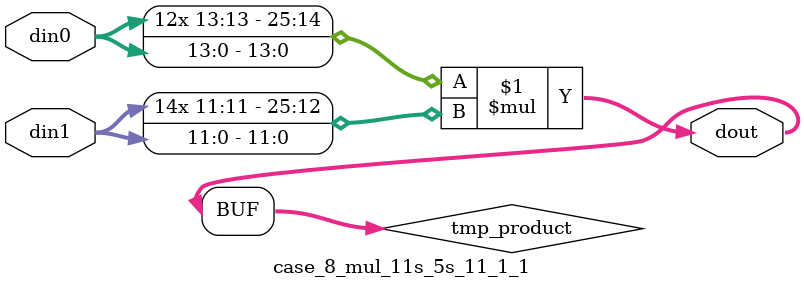
<source format=v>

`timescale 1 ns / 1 ps

 (* use_dsp = "no" *)  module case_8_mul_11s_5s_11_1_1(din0, din1, dout);
parameter ID = 1;
parameter NUM_STAGE = 0;
parameter din0_WIDTH = 14;
parameter din1_WIDTH = 12;
parameter dout_WIDTH = 26;

input [din0_WIDTH - 1 : 0] din0; 
input [din1_WIDTH - 1 : 0] din1; 
output [dout_WIDTH - 1 : 0] dout;

wire signed [dout_WIDTH - 1 : 0] tmp_product;



























assign tmp_product = $signed(din0) * $signed(din1);








assign dout = tmp_product;





















endmodule

</source>
